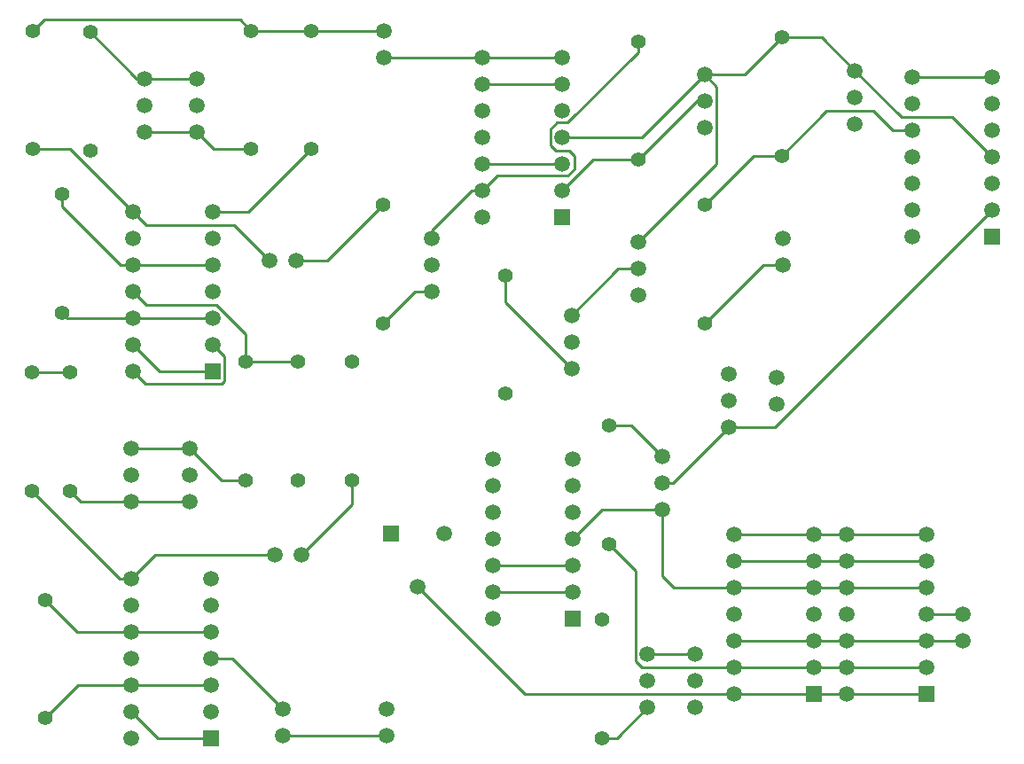
<source format=gbl>
G04 Layer_Physical_Order=2*
G04 Layer_Color=16711680*
%FSLAX44Y44*%
%MOMM*%
G71*
G01*
G75*
%ADD10C,0.2540*%
%ADD11R,1.5000X1.5000*%
%ADD12C,1.5000*%
%ADD13C,1.4000*%
D10*
X1108456Y862330D02*
X1126490D01*
X1089660Y881126D02*
X1108456Y862330D01*
X1044956Y881126D02*
X1089660D01*
X1002030Y838200D02*
X1044956Y881126D01*
X975360Y838200D02*
X1002030D01*
X928370Y791210D02*
X975360Y838200D01*
X403860Y457200D02*
X518160D01*
X381000Y434340D02*
X403860Y457200D01*
X320040Y683260D02*
X382270D01*
X314960Y688340D02*
X320040Y683260D01*
X492760Y784860D02*
X552450Y844550D01*
X458470Y784860D02*
X492760D01*
X864870Y834390D02*
X920750Y890270D01*
X928370D01*
X995680Y579120D02*
X1202690Y786130D01*
X951230Y579120D02*
X995680D01*
X716280Y805180D02*
X730250Y819150D01*
X797560D01*
X803910Y825500D01*
Y838200D01*
X798830Y843280D02*
X803910Y838200D01*
X786130Y843280D02*
X798830D01*
X781050Y848360D02*
X786130Y843280D01*
X781050Y848360D02*
Y863600D01*
X787400Y869950D01*
X797560D01*
X864870Y937260D01*
Y947420D01*
X332740Y508000D02*
X381000D01*
X322580Y518160D02*
X332740Y508000D01*
X406400Y281940D02*
X457200D01*
X381000Y307340D02*
X406400Y281940D01*
X459740Y844550D02*
X495300D01*
X443230Y861060D02*
X459740Y844550D01*
X407670Y632460D02*
X458470D01*
X382270Y657860D02*
X407670Y632460D01*
X868680Y855980D02*
X928370Y915670D01*
X792480Y855980D02*
X868680D01*
X802640Y472440D02*
X830580Y500380D01*
X887730D01*
X287020Y957580D02*
X297688Y968248D01*
X484632D01*
X495300Y957580D01*
X928370Y915670D02*
X939800Y904240D01*
Y830580D02*
Y904240D01*
X864870Y755650D02*
X939800Y830580D01*
X821690Y834390D02*
X864870D01*
X792480Y805180D02*
X821690Y834390D01*
X737870Y698500D02*
Y723900D01*
Y698500D02*
X801370Y635000D01*
X591820Y505460D02*
Y528320D01*
X543560Y457200D02*
X591820Y505460D01*
X382270Y632460D02*
X394716Y620014D01*
X467360D01*
X469900Y622554D01*
Y646430D01*
X458470Y657860D02*
X469900Y646430D01*
X897890Y525780D02*
X951230Y579120D01*
X887730Y525780D02*
X897890D01*
X567690Y737870D02*
X621030Y791210D01*
X538480Y737870D02*
X567690D01*
X756920Y323850D02*
X956310D01*
X654050Y426720D02*
X756920Y323850D01*
X899160Y425450D02*
X956310D01*
X887730Y436880D02*
X899160Y425450D01*
X887730Y436880D02*
Y500380D01*
X314960Y789940D02*
Y801370D01*
Y789940D02*
X370840Y734060D01*
X382270D01*
X836930Y467360D02*
X862330Y441960D01*
Y355600D02*
Y441960D01*
Y355600D02*
X868680Y349250D01*
X956310D01*
X706120Y805180D02*
X716280D01*
X668020Y767080D02*
X706120Y805180D01*
X668020Y759460D02*
Y767080D01*
X369570Y434340D02*
X381000D01*
X285750Y518160D02*
X369570Y434340D01*
X386080Y911860D02*
X393700D01*
X341630Y956310D02*
X386080Y911860D01*
X984250Y734060D02*
X1003300D01*
X928370Y678180D02*
X984250Y734060D01*
X457200Y358140D02*
X477520D01*
X525780Y309880D01*
X845820Y730250D02*
X864870D01*
X801370Y685800D02*
X845820Y730250D01*
X830580Y281940D02*
X844550D01*
X873760Y311150D01*
X621030Y678180D02*
X651510Y708660D01*
X668020D01*
X1071880Y919480D02*
X1116330Y875030D01*
X1164590D01*
X1202690Y836930D01*
X287020Y844550D02*
X322580D01*
X382270Y784860D01*
Y708660D02*
X394970Y695960D01*
X461772D01*
X490220Y667512D01*
Y641350D02*
Y667512D01*
X836930Y580390D02*
X858520D01*
X887730Y551180D01*
X436880Y558800D02*
X467360Y528320D01*
X490220D01*
X966470Y915670D02*
X1002030Y951230D01*
X928370Y915670D02*
X966470D01*
X1002030Y951230D02*
X1040130D01*
X1071880Y919480D01*
X330200Y332740D02*
X381000D01*
X298450Y300990D02*
X330200Y332740D01*
X328930Y383540D02*
X381000D01*
X298450Y414020D02*
X328930Y383540D01*
X478790Y772160D02*
X513080Y737870D01*
X394970Y772160D02*
X478790D01*
X382270Y784860D02*
X394970Y772160D01*
X716280Y830580D02*
X792480D01*
X716280Y906780D02*
X792480D01*
X956310Y476250D02*
X1032510D01*
X1064260D02*
X1140460D01*
X1032510D02*
X1064260D01*
X1140460Y374650D02*
X1174750D01*
X1064260D02*
X1140460D01*
X956310D02*
X1032510D01*
X1064260D01*
X726440Y421640D02*
X802640D01*
X381000Y332740D02*
X457200D01*
X382270Y683260D02*
X458470D01*
X1064260Y349250D02*
X1140460D01*
X1032510D02*
X1064260D01*
X956310D02*
X1032510D01*
X1064260Y450850D02*
X1140460D01*
X956310D02*
X1032510D01*
X1064260D01*
X873760Y361950D02*
X919480D01*
X381000Y558800D02*
X436880D01*
X381000Y508000D02*
X436880D01*
X393700Y861060D02*
X443230D01*
X393700Y911860D02*
X443230D01*
X726440Y447040D02*
X802640D01*
X956310Y425450D02*
X1032510D01*
X1064260D01*
X1140460Y400050D02*
X1174750D01*
X1064260Y425450D02*
X1140460D01*
X382270Y734060D02*
X458470D01*
X381000Y383540D02*
X457200D01*
X525780Y284480D02*
X624840D01*
X1064260Y323850D02*
X1140460D01*
X956310D02*
X1032510D01*
X1064260D01*
X1126490Y913130D02*
X1202690D01*
X716280Y932180D02*
X792480D01*
X495300Y957580D02*
X552450D01*
X622300Y932180D02*
X716280D01*
X552450Y957580D02*
X622300D01*
X490220Y641350D02*
X539750D01*
X285750Y631190D02*
X322580D01*
D11*
X628650Y477520D02*
D03*
X1202690Y760730D02*
D03*
X1032510Y323850D02*
D03*
X1140460D02*
D03*
X457200Y281940D02*
D03*
X802640Y396240D02*
D03*
X792480Y779780D02*
D03*
X458470Y632460D02*
D03*
D12*
X654050Y426720D02*
D03*
X679450Y477520D02*
D03*
X1174750Y374650D02*
D03*
Y400050D02*
D03*
X622300Y957580D02*
D03*
Y932180D02*
D03*
X624840Y309880D02*
D03*
Y284480D02*
D03*
X525780Y309880D02*
D03*
Y284480D02*
D03*
X873760Y311150D02*
D03*
Y336550D02*
D03*
Y361950D02*
D03*
X887730Y500380D02*
D03*
Y525780D02*
D03*
Y551180D02*
D03*
X919480Y311150D02*
D03*
Y336550D02*
D03*
Y361950D02*
D03*
X1126490Y913130D02*
D03*
Y887730D02*
D03*
Y862330D02*
D03*
Y836930D02*
D03*
Y811530D02*
D03*
Y786130D02*
D03*
Y760730D02*
D03*
X1202690Y913130D02*
D03*
Y887730D02*
D03*
Y862330D02*
D03*
Y836930D02*
D03*
Y811530D02*
D03*
Y786130D02*
D03*
X996950Y626110D02*
D03*
Y600710D02*
D03*
X956310Y476250D02*
D03*
Y450850D02*
D03*
Y425450D02*
D03*
Y400050D02*
D03*
Y374650D02*
D03*
Y349250D02*
D03*
Y323850D02*
D03*
X1032510Y476250D02*
D03*
Y450850D02*
D03*
Y425450D02*
D03*
Y400050D02*
D03*
Y374650D02*
D03*
Y349250D02*
D03*
X1064260Y476250D02*
D03*
Y450850D02*
D03*
Y425450D02*
D03*
Y400050D02*
D03*
Y374650D02*
D03*
Y349250D02*
D03*
Y323850D02*
D03*
X1140460Y476250D02*
D03*
Y450850D02*
D03*
Y425450D02*
D03*
Y400050D02*
D03*
Y374650D02*
D03*
Y349250D02*
D03*
X381000Y434340D02*
D03*
Y408940D02*
D03*
Y383540D02*
D03*
Y358140D02*
D03*
Y332740D02*
D03*
Y307340D02*
D03*
Y281940D02*
D03*
X457200Y434340D02*
D03*
Y408940D02*
D03*
Y383540D02*
D03*
Y358140D02*
D03*
Y332740D02*
D03*
Y307340D02*
D03*
X726440Y548640D02*
D03*
Y523240D02*
D03*
Y497840D02*
D03*
Y472440D02*
D03*
Y447040D02*
D03*
Y421640D02*
D03*
Y396240D02*
D03*
X802640Y548640D02*
D03*
Y523240D02*
D03*
Y497840D02*
D03*
Y472440D02*
D03*
Y447040D02*
D03*
Y421640D02*
D03*
X381000Y558800D02*
D03*
Y533400D02*
D03*
Y508000D02*
D03*
X1071880Y919480D02*
D03*
Y894080D02*
D03*
Y868680D02*
D03*
X436880Y558800D02*
D03*
Y533400D02*
D03*
Y508000D02*
D03*
X543560Y457200D02*
D03*
X518160D02*
D03*
X951230Y579120D02*
D03*
Y604520D02*
D03*
Y629920D02*
D03*
X801370Y685800D02*
D03*
Y660400D02*
D03*
Y635000D02*
D03*
X864870Y755650D02*
D03*
Y730250D02*
D03*
Y704850D02*
D03*
X1003300Y734060D02*
D03*
Y759460D02*
D03*
X668020D02*
D03*
Y734060D02*
D03*
Y708660D02*
D03*
X928370Y915670D02*
D03*
Y890270D02*
D03*
Y864870D02*
D03*
X716280Y932180D02*
D03*
Y906780D02*
D03*
Y881380D02*
D03*
Y855980D02*
D03*
Y830580D02*
D03*
Y805180D02*
D03*
Y779780D02*
D03*
X792480Y932180D02*
D03*
Y906780D02*
D03*
Y881380D02*
D03*
Y855980D02*
D03*
Y830580D02*
D03*
Y805180D02*
D03*
X382270Y784860D02*
D03*
Y759460D02*
D03*
Y734060D02*
D03*
Y708660D02*
D03*
Y683260D02*
D03*
Y657860D02*
D03*
Y632460D02*
D03*
X458470Y784860D02*
D03*
Y759460D02*
D03*
Y734060D02*
D03*
Y708660D02*
D03*
Y683260D02*
D03*
Y657860D02*
D03*
X513080Y737870D02*
D03*
X538480D02*
D03*
X393700Y861060D02*
D03*
Y886460D02*
D03*
Y911860D02*
D03*
X443230Y861060D02*
D03*
Y886460D02*
D03*
Y911860D02*
D03*
D13*
X737870Y610870D02*
D03*
Y723900D02*
D03*
X830580Y394970D02*
D03*
Y281940D02*
D03*
X836930Y467360D02*
D03*
Y580390D02*
D03*
X298450Y414020D02*
D03*
Y300990D02*
D03*
X1002030Y951230D02*
D03*
Y838200D02*
D03*
X928370Y678180D02*
D03*
Y791210D02*
D03*
X539750Y528320D02*
D03*
Y641350D02*
D03*
X322580Y518160D02*
D03*
Y631190D02*
D03*
X490220Y528320D02*
D03*
Y641350D02*
D03*
X285750Y518160D02*
D03*
Y631190D02*
D03*
X864870Y834390D02*
D03*
Y947420D02*
D03*
X314960Y801370D02*
D03*
Y688340D02*
D03*
X591820Y528320D02*
D03*
Y641350D02*
D03*
X621030Y678180D02*
D03*
Y791210D02*
D03*
X552450Y844550D02*
D03*
Y957580D02*
D03*
X341630Y956310D02*
D03*
Y843280D02*
D03*
X495300Y844550D02*
D03*
Y957580D02*
D03*
X287020Y844550D02*
D03*
Y957580D02*
D03*
M02*

</source>
